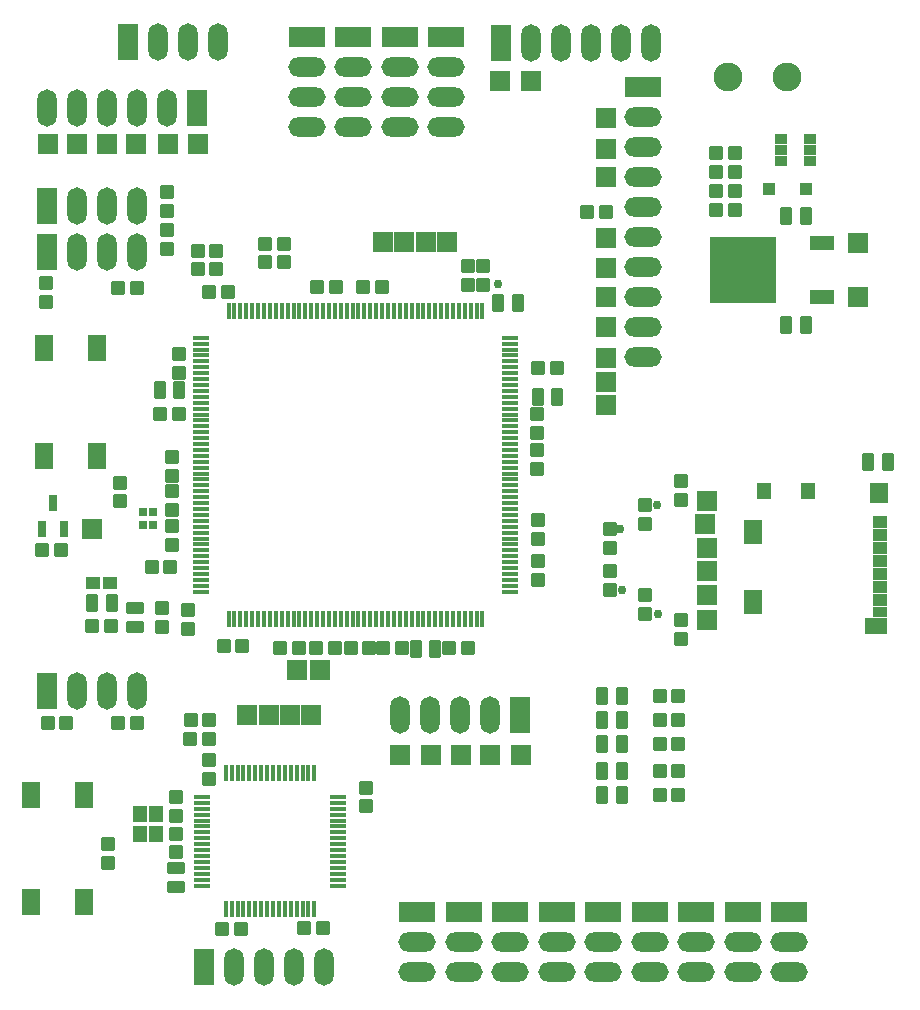
<source format=gts>
G04*
G04 #@! TF.GenerationSoftware,Altium Limited,Altium Designer,21.9.2 (33)*
G04*
G04 Layer_Color=8388736*
%FSLAX25Y25*%
%MOIN*%
G70*
G04*
G04 #@! TF.SameCoordinates,4D01AB76-DD33-443A-9DFE-E83AFE04FE17*
G04*
G04*
G04 #@! TF.FilePolarity,Negative*
G04*
G01*
G75*
%ADD20R,0.08465X0.05118*%
%ADD21R,0.22441X0.22441*%
%ADD46R,0.04337X0.03550*%
%ADD47R,0.04921X0.03543*%
%ADD48R,0.04921X0.03937*%
%ADD49R,0.04528X0.05315*%
%ADD50R,0.05906X0.08071*%
%ADD51R,0.07677X0.05197*%
%ADD52R,0.05906X0.06693*%
%ADD53R,0.02559X0.02953*%
%ADD54R,0.06102X0.08858*%
%ADD55R,0.04528X0.04410*%
%ADD56R,0.05315X0.01772*%
%ADD57R,0.01772X0.05315*%
%ADD58R,0.01772X0.05315*%
%ADD59R,0.05315X0.01772*%
%ADD60R,0.02791X0.05791*%
%ADD61R,0.02591X0.05791*%
%ADD62R,0.06591X0.06591*%
%ADD63R,0.06591X0.06591*%
%ADD64R,0.04134X0.04331*%
G04:AMPARAMS|DCode=65|XSize=61.02mil|YSize=41.34mil|CornerRadius=5.61mil|HoleSize=0mil|Usage=FLASHONLY|Rotation=270.000|XOffset=0mil|YOffset=0mil|HoleType=Round|Shape=RoundedRectangle|*
%AMROUNDEDRECTD65*
21,1,0.06102,0.03012,0,0,270.0*
21,1,0.04980,0.04134,0,0,270.0*
1,1,0.01122,-0.01506,-0.02490*
1,1,0.01122,-0.01506,0.02490*
1,1,0.01122,0.01506,0.02490*
1,1,0.01122,0.01506,-0.02490*
%
%ADD65ROUNDEDRECTD65*%
G04:AMPARAMS|DCode=66|XSize=49.21mil|YSize=45.28mil|CornerRadius=5.91mil|HoleSize=0mil|Usage=FLASHONLY|Rotation=0.000|XOffset=0mil|YOffset=0mil|HoleType=Round|Shape=RoundedRectangle|*
%AMROUNDEDRECTD66*
21,1,0.04921,0.03347,0,0,0.0*
21,1,0.03740,0.04528,0,0,0.0*
1,1,0.01181,0.01870,-0.01673*
1,1,0.01181,-0.01870,-0.01673*
1,1,0.01181,-0.01870,0.01673*
1,1,0.01181,0.01870,0.01673*
%
%ADD66ROUNDEDRECTD66*%
G04:AMPARAMS|DCode=67|XSize=49.21mil|YSize=45.28mil|CornerRadius=5.91mil|HoleSize=0mil|Usage=FLASHONLY|Rotation=270.000|XOffset=0mil|YOffset=0mil|HoleType=Round|Shape=RoundedRectangle|*
%AMROUNDEDRECTD67*
21,1,0.04921,0.03347,0,0,270.0*
21,1,0.03740,0.04528,0,0,270.0*
1,1,0.01181,-0.01673,-0.01870*
1,1,0.01181,-0.01673,0.01870*
1,1,0.01181,0.01673,0.01870*
1,1,0.01181,0.01673,-0.01870*
%
%ADD67ROUNDEDRECTD67*%
G04:AMPARAMS|DCode=68|XSize=49.21mil|YSize=45.28mil|CornerRadius=6.89mil|HoleSize=0mil|Usage=FLASHONLY|Rotation=180.000|XOffset=0mil|YOffset=0mil|HoleType=Round|Shape=RoundedRectangle|*
%AMROUNDEDRECTD68*
21,1,0.04921,0.03150,0,0,180.0*
21,1,0.03543,0.04528,0,0,180.0*
1,1,0.01378,-0.01772,0.01575*
1,1,0.01378,0.01772,0.01575*
1,1,0.01378,0.01772,-0.01575*
1,1,0.01378,-0.01772,-0.01575*
%
%ADD68ROUNDEDRECTD68*%
G04:AMPARAMS|DCode=69|XSize=49.21mil|YSize=45.28mil|CornerRadius=6.89mil|HoleSize=0mil|Usage=FLASHONLY|Rotation=90.000|XOffset=0mil|YOffset=0mil|HoleType=Round|Shape=RoundedRectangle|*
%AMROUNDEDRECTD69*
21,1,0.04921,0.03150,0,0,90.0*
21,1,0.03543,0.04528,0,0,90.0*
1,1,0.01378,0.01575,0.01772*
1,1,0.01378,0.01575,-0.01772*
1,1,0.01378,-0.01575,-0.01772*
1,1,0.01378,-0.01575,0.01772*
%
%ADD69ROUNDEDRECTD69*%
G04:AMPARAMS|DCode=70|XSize=61.02mil|YSize=41.34mil|CornerRadius=5.61mil|HoleSize=0mil|Usage=FLASHONLY|Rotation=180.000|XOffset=0mil|YOffset=0mil|HoleType=Round|Shape=RoundedRectangle|*
%AMROUNDEDRECTD70*
21,1,0.06102,0.03012,0,0,180.0*
21,1,0.04980,0.04134,0,0,180.0*
1,1,0.01122,-0.02490,0.01506*
1,1,0.01122,0.02490,0.01506*
1,1,0.01122,0.02490,-0.01506*
1,1,0.01122,-0.02490,-0.01506*
%
%ADD70ROUNDEDRECTD70*%
%ADD71C,0.00591*%
%ADD72O,0.06528X0.12465*%
%ADD73R,0.06528X0.12465*%
%ADD74R,0.12465X0.06528*%
%ADD75O,0.12465X0.06528*%
%ADD76C,0.09646*%
%ADD77C,0.02953*%
D20*
X273484Y253878D02*
D03*
Y235886D02*
D03*
D21*
X247044Y244882D02*
D03*
D46*
X259941Y288779D02*
D03*
Y285039D02*
D03*
X269390Y288779D02*
D03*
Y285039D02*
D03*
Y281299D02*
D03*
X259941D02*
D03*
D47*
X292963Y130955D02*
D03*
D48*
Y135089D02*
D03*
Y139419D02*
D03*
Y143750D02*
D03*
Y148081D02*
D03*
Y152411D02*
D03*
Y156742D02*
D03*
Y161073D02*
D03*
D49*
X268750Y171447D02*
D03*
X254183D02*
D03*
X46260Y56890D02*
D03*
X51378Y56890D02*
D03*
X46260Y63583D02*
D03*
X51378D02*
D03*
D50*
X250344Y134163D02*
D03*
Y157667D02*
D03*
D51*
X291585Y126191D02*
D03*
D52*
X292471Y170758D02*
D03*
D53*
X47244Y160039D02*
D03*
X50394D02*
D03*
X47244Y164370D02*
D03*
X50394D02*
D03*
D54*
X14173Y183071D02*
D03*
X31890D02*
D03*
X14173Y218898D02*
D03*
X31890D02*
D03*
X9843Y34154D02*
D03*
X27559D02*
D03*
X9843Y69980D02*
D03*
X27559D02*
D03*
D55*
X36220Y140551D02*
D03*
X30433D02*
D03*
D56*
X66622Y222362D02*
D03*
Y220394D02*
D03*
Y218425D02*
D03*
Y216457D02*
D03*
Y214488D02*
D03*
Y212520D02*
D03*
Y210551D02*
D03*
Y208583D02*
D03*
Y206614D02*
D03*
Y204646D02*
D03*
Y202677D02*
D03*
Y200709D02*
D03*
Y198740D02*
D03*
Y196772D02*
D03*
Y194803D02*
D03*
Y192835D02*
D03*
Y190866D02*
D03*
Y188898D02*
D03*
Y186929D02*
D03*
Y184961D02*
D03*
Y182992D02*
D03*
Y181024D02*
D03*
Y179055D02*
D03*
Y177087D02*
D03*
Y175118D02*
D03*
Y173150D02*
D03*
Y171181D02*
D03*
Y169213D02*
D03*
Y167244D02*
D03*
Y165276D02*
D03*
Y163307D02*
D03*
Y161339D02*
D03*
Y159370D02*
D03*
Y157402D02*
D03*
Y155433D02*
D03*
Y153465D02*
D03*
Y151496D02*
D03*
Y149528D02*
D03*
Y147559D02*
D03*
Y145591D02*
D03*
Y143622D02*
D03*
Y141654D02*
D03*
Y139685D02*
D03*
Y137716D02*
D03*
X169378Y137716D02*
D03*
Y139685D02*
D03*
Y141654D02*
D03*
Y143622D02*
D03*
Y145591D02*
D03*
Y147559D02*
D03*
Y149528D02*
D03*
Y151496D02*
D03*
Y153465D02*
D03*
Y155433D02*
D03*
Y157402D02*
D03*
Y159370D02*
D03*
Y161339D02*
D03*
Y163307D02*
D03*
Y165276D02*
D03*
Y167244D02*
D03*
Y169213D02*
D03*
Y171181D02*
D03*
Y173150D02*
D03*
Y175118D02*
D03*
Y177087D02*
D03*
Y179055D02*
D03*
Y181024D02*
D03*
Y182992D02*
D03*
Y184961D02*
D03*
Y186929D02*
D03*
Y188898D02*
D03*
Y190866D02*
D03*
Y192835D02*
D03*
Y194803D02*
D03*
Y196772D02*
D03*
Y198740D02*
D03*
Y200709D02*
D03*
Y202677D02*
D03*
Y204646D02*
D03*
Y206614D02*
D03*
Y208583D02*
D03*
Y210551D02*
D03*
Y212520D02*
D03*
Y214488D02*
D03*
Y216457D02*
D03*
Y218425D02*
D03*
Y220394D02*
D03*
Y222362D02*
D03*
D57*
X75677Y128661D02*
D03*
X77646D02*
D03*
X79614D02*
D03*
X81583D02*
D03*
X83551D02*
D03*
X85520D02*
D03*
X87488D02*
D03*
X89457D02*
D03*
X91425D02*
D03*
X93394D02*
D03*
X95362D02*
D03*
X97331D02*
D03*
X99299D02*
D03*
X101268D02*
D03*
X103236D02*
D03*
X105205D02*
D03*
X107173D02*
D03*
X109142D02*
D03*
X111110D02*
D03*
X113079D02*
D03*
X115047D02*
D03*
X117016D02*
D03*
X118984D02*
D03*
X120953D02*
D03*
X122921D02*
D03*
X124890D02*
D03*
X126858D02*
D03*
X128827D02*
D03*
X130795D02*
D03*
X132764D02*
D03*
X134732D02*
D03*
X136701D02*
D03*
X138669D02*
D03*
X140638D02*
D03*
X142606D02*
D03*
X144575D02*
D03*
X146543D02*
D03*
X148512D02*
D03*
X150480D02*
D03*
X152449D02*
D03*
X154417D02*
D03*
X156386D02*
D03*
X158354D02*
D03*
X160323D02*
D03*
X160323Y231417D02*
D03*
X158354D02*
D03*
X156386D02*
D03*
X154417D02*
D03*
X152449D02*
D03*
X150480D02*
D03*
X148512D02*
D03*
X146543D02*
D03*
X144575D02*
D03*
X142606D02*
D03*
X140638D02*
D03*
X138669D02*
D03*
X136701D02*
D03*
X134732D02*
D03*
X132764D02*
D03*
X130795D02*
D03*
X128827D02*
D03*
X126858D02*
D03*
X124890D02*
D03*
X122921D02*
D03*
X120953D02*
D03*
X118984D02*
D03*
X117016D02*
D03*
X115047D02*
D03*
X113079D02*
D03*
X111110D02*
D03*
X109142D02*
D03*
X107173D02*
D03*
X105205D02*
D03*
X103236D02*
D03*
X101268D02*
D03*
X99299D02*
D03*
X97331D02*
D03*
X95362D02*
D03*
X93394D02*
D03*
X91425D02*
D03*
X89457D02*
D03*
X87488D02*
D03*
X85520D02*
D03*
X83551D02*
D03*
X81583D02*
D03*
X79614D02*
D03*
X77646D02*
D03*
X75677D02*
D03*
D58*
X104264Y77177D02*
D03*
X102295D02*
D03*
X100327D02*
D03*
X98358D02*
D03*
X96390D02*
D03*
X94421D02*
D03*
X92453D02*
D03*
X90484D02*
D03*
X88516D02*
D03*
X86547D02*
D03*
X84579D02*
D03*
X82610D02*
D03*
X80642D02*
D03*
X78673D02*
D03*
X76705D02*
D03*
X74736D02*
D03*
Y31902D02*
D03*
X76705D02*
D03*
X78673D02*
D03*
X80642D02*
D03*
X82610D02*
D03*
X84579D02*
D03*
X86547D02*
D03*
X88516D02*
D03*
X90484D02*
D03*
X92453D02*
D03*
X94421D02*
D03*
X96390D02*
D03*
X98358D02*
D03*
X100327D02*
D03*
X102295D02*
D03*
X104264D02*
D03*
D59*
X66862Y69303D02*
D03*
Y67335D02*
D03*
Y65366D02*
D03*
Y63398D02*
D03*
Y61429D02*
D03*
Y59461D02*
D03*
Y57492D02*
D03*
Y55524D02*
D03*
Y53555D02*
D03*
Y51587D02*
D03*
Y49618D02*
D03*
Y47650D02*
D03*
Y45681D02*
D03*
Y43713D02*
D03*
Y41744D02*
D03*
Y39776D02*
D03*
X112138D02*
D03*
Y41744D02*
D03*
Y43713D02*
D03*
Y45681D02*
D03*
Y47650D02*
D03*
Y49618D02*
D03*
Y51587D02*
D03*
Y53555D02*
D03*
Y55524D02*
D03*
Y57492D02*
D03*
Y59461D02*
D03*
Y61429D02*
D03*
Y63398D02*
D03*
Y65366D02*
D03*
Y67335D02*
D03*
Y69303D02*
D03*
D60*
X13435Y158691D02*
D03*
X20835D02*
D03*
D61*
X17135Y167291D02*
D03*
D62*
X285433Y253937D02*
D03*
Y235827D02*
D03*
X235039Y144488D02*
D03*
Y152362D02*
D03*
Y136614D02*
D03*
Y128347D02*
D03*
Y168110D02*
D03*
X234646Y160236D02*
D03*
X15354Y287008D02*
D03*
X201575Y215748D02*
D03*
Y225984D02*
D03*
Y235827D02*
D03*
Y245669D02*
D03*
Y255512D02*
D03*
X201476Y275984D02*
D03*
X201575Y295669D02*
D03*
X176378Y307874D02*
D03*
X30315Y158691D02*
D03*
X81890Y96457D02*
D03*
X89000Y96539D02*
D03*
X96063Y96457D02*
D03*
X103150D02*
D03*
X132972Y83169D02*
D03*
X153008D02*
D03*
X162808D02*
D03*
X173008D02*
D03*
X201575Y200000D02*
D03*
Y207480D02*
D03*
X141339Y254331D02*
D03*
X134252D02*
D03*
X127165D02*
D03*
X148468Y254402D02*
D03*
X106053Y111762D02*
D03*
D63*
X25197Y287008D02*
D03*
X35039D02*
D03*
X44882D02*
D03*
X55512D02*
D03*
X65354D02*
D03*
X201575Y285433D02*
D03*
X166142Y307874D02*
D03*
X143012Y83169D02*
D03*
X98327Y111713D02*
D03*
D64*
X255709Y272047D02*
D03*
X268110D02*
D03*
D65*
X200252Y86921D02*
D03*
X206748D02*
D03*
X200252Y94921D02*
D03*
X206748D02*
D03*
X200252Y102921D02*
D03*
X206748D02*
D03*
X200252Y77921D02*
D03*
X206748D02*
D03*
X200252Y69921D02*
D03*
X206748D02*
D03*
X268012Y262992D02*
D03*
X261516D02*
D03*
X268012Y226772D02*
D03*
X261516D02*
D03*
X295374Y180905D02*
D03*
X288878D02*
D03*
X178740Y202559D02*
D03*
X185236D02*
D03*
X59252Y205020D02*
D03*
X52756D02*
D03*
X36713Y133858D02*
D03*
X30217D02*
D03*
X165650Y233957D02*
D03*
X172146D02*
D03*
X144587Y118504D02*
D03*
X138091D02*
D03*
D66*
X244488Y264961D02*
D03*
Y271260D02*
D03*
X238189Y264961D02*
D03*
Y271260D02*
D03*
X202756Y138287D02*
D03*
Y144587D02*
D03*
Y158661D02*
D03*
Y152362D02*
D03*
X214567Y130315D02*
D03*
Y136614D02*
D03*
X226378Y122047D02*
D03*
Y128347D02*
D03*
Y174508D02*
D03*
Y168209D02*
D03*
X214567Y166535D02*
D03*
Y160236D02*
D03*
X55118Y251969D02*
D03*
Y258268D02*
D03*
Y270866D02*
D03*
Y264567D02*
D03*
X14961Y234252D02*
D03*
Y240551D02*
D03*
D67*
X195276Y264173D02*
D03*
X201575D02*
D03*
X50000Y146063D02*
D03*
X56299D02*
D03*
X65350Y245161D02*
D03*
X71650D02*
D03*
X87835Y253638D02*
D03*
X94134D02*
D03*
X71650Y251161D02*
D03*
X65350D02*
D03*
X94134Y247638D02*
D03*
X87835D02*
D03*
X62850Y88776D02*
D03*
X69150D02*
D03*
X69291Y94882D02*
D03*
X62992D02*
D03*
X21654Y94095D02*
D03*
X15354D02*
D03*
X38976D02*
D03*
X45276D02*
D03*
X38976Y238976D02*
D03*
X45276D02*
D03*
X92815Y118898D02*
D03*
X99114D02*
D03*
X111221Y119095D02*
D03*
X104921D02*
D03*
D68*
X244488Y283858D02*
D03*
Y277559D02*
D03*
X238189Y283858D02*
D03*
Y277559D02*
D03*
X59153Y216929D02*
D03*
Y210630D02*
D03*
X56693Y182579D02*
D03*
Y176279D02*
D03*
X62106Y131693D02*
D03*
Y125394D02*
D03*
X178740Y155413D02*
D03*
Y161713D02*
D03*
X178445Y178543D02*
D03*
Y184843D02*
D03*
Y197047D02*
D03*
Y190748D02*
D03*
X155610Y240059D02*
D03*
Y246358D02*
D03*
X160630Y240059D02*
D03*
Y246358D02*
D03*
X53500Y125890D02*
D03*
Y132189D02*
D03*
X56791Y153248D02*
D03*
Y159547D02*
D03*
X56693Y164961D02*
D03*
Y171260D02*
D03*
X69291Y81496D02*
D03*
Y75197D02*
D03*
X121358Y66142D02*
D03*
Y72441D02*
D03*
X35630Y47244D02*
D03*
Y53543D02*
D03*
X58268Y57087D02*
D03*
Y50787D02*
D03*
Y69291D02*
D03*
Y62992D02*
D03*
X39370Y167815D02*
D03*
Y174114D02*
D03*
X178740Y147835D02*
D03*
Y141535D02*
D03*
D69*
X225650Y86921D02*
D03*
X219350D02*
D03*
X225650Y94921D02*
D03*
X219350D02*
D03*
X225650Y102921D02*
D03*
X219350D02*
D03*
X225650Y77921D02*
D03*
X219350D02*
D03*
X225650Y69921D02*
D03*
X219350D02*
D03*
X59252Y196850D02*
D03*
X52953D02*
D03*
X74016Y119685D02*
D03*
X80315D02*
D03*
X122638Y119095D02*
D03*
X116339D02*
D03*
X127291Y119083D02*
D03*
X133591D02*
D03*
X155512Y118996D02*
D03*
X149213D02*
D03*
X30315Y126378D02*
D03*
X36614D02*
D03*
X185039Y212205D02*
D03*
X178740D02*
D03*
X126772Y239370D02*
D03*
X120472D02*
D03*
X105118D02*
D03*
X111417D02*
D03*
X69193Y237697D02*
D03*
X75492D02*
D03*
X13484Y151575D02*
D03*
X19783D02*
D03*
X107283Y25492D02*
D03*
X100984D02*
D03*
X79921Y25295D02*
D03*
X73622D02*
D03*
D70*
X44500Y132287D02*
D03*
Y125791D02*
D03*
X58268Y39272D02*
D03*
Y45768D02*
D03*
D71*
X14173Y320472D02*
D03*
X285039D02*
D03*
X14173Y14173D02*
D03*
X285039D02*
D03*
D72*
X45197Y298819D02*
D03*
X35197D02*
D03*
X55197D02*
D03*
X25197D02*
D03*
X15197D02*
D03*
X186457Y320472D02*
D03*
X196457D02*
D03*
X176457D02*
D03*
X206457D02*
D03*
X216457D02*
D03*
X152854Y96653D02*
D03*
X142854D02*
D03*
X162854D02*
D03*
X132854D02*
D03*
X87500Y12539D02*
D03*
X97500D02*
D03*
X77500D02*
D03*
X107500D02*
D03*
X52047Y320866D02*
D03*
X72047D02*
D03*
X62047D02*
D03*
X25197Y266142D02*
D03*
X45197D02*
D03*
X35197D02*
D03*
X25197Y104724D02*
D03*
X45197D02*
D03*
X35197D02*
D03*
X25197Y250787D02*
D03*
X45197D02*
D03*
X35197D02*
D03*
D73*
X65197Y298819D02*
D03*
X166457Y320472D02*
D03*
X172854Y96653D02*
D03*
X67500Y12539D02*
D03*
X42047Y320866D02*
D03*
X15197Y266142D02*
D03*
Y104724D02*
D03*
Y250787D02*
D03*
D74*
X169638Y31000D02*
D03*
X154138D02*
D03*
X185138D02*
D03*
X200638D02*
D03*
X216138D02*
D03*
X247138D02*
D03*
X262638D02*
D03*
X138638D02*
D03*
X231638D02*
D03*
X213779Y305827D02*
D03*
X117323Y322756D02*
D03*
X101969D02*
D03*
X148031D02*
D03*
X132677D02*
D03*
D75*
X169638Y21000D02*
D03*
Y11000D02*
D03*
X154138Y21000D02*
D03*
Y11000D02*
D03*
X185138Y21000D02*
D03*
Y11000D02*
D03*
X200638Y21000D02*
D03*
Y11000D02*
D03*
X216138Y21000D02*
D03*
Y11000D02*
D03*
X247138Y21000D02*
D03*
Y11000D02*
D03*
X262638Y21000D02*
D03*
Y11000D02*
D03*
X138638Y21000D02*
D03*
Y11000D02*
D03*
X231638Y21000D02*
D03*
Y11000D02*
D03*
X213798Y215845D02*
D03*
Y225831D02*
D03*
Y235846D02*
D03*
X213779Y245827D02*
D03*
Y285827D02*
D03*
Y275827D02*
D03*
Y295827D02*
D03*
Y265827D02*
D03*
Y255827D02*
D03*
X117323Y312756D02*
D03*
Y292756D02*
D03*
Y302756D02*
D03*
X101969Y312756D02*
D03*
Y292756D02*
D03*
Y302756D02*
D03*
X148031Y312756D02*
D03*
Y292756D02*
D03*
Y302756D02*
D03*
X132677Y312756D02*
D03*
Y292756D02*
D03*
Y302756D02*
D03*
D76*
X242126Y309449D02*
D03*
X261811D02*
D03*
D77*
X165354Y240256D02*
D03*
X218898Y130315D02*
D03*
X218504Y166535D02*
D03*
X206693Y138189D02*
D03*
X206299Y158661D02*
D03*
M02*

</source>
